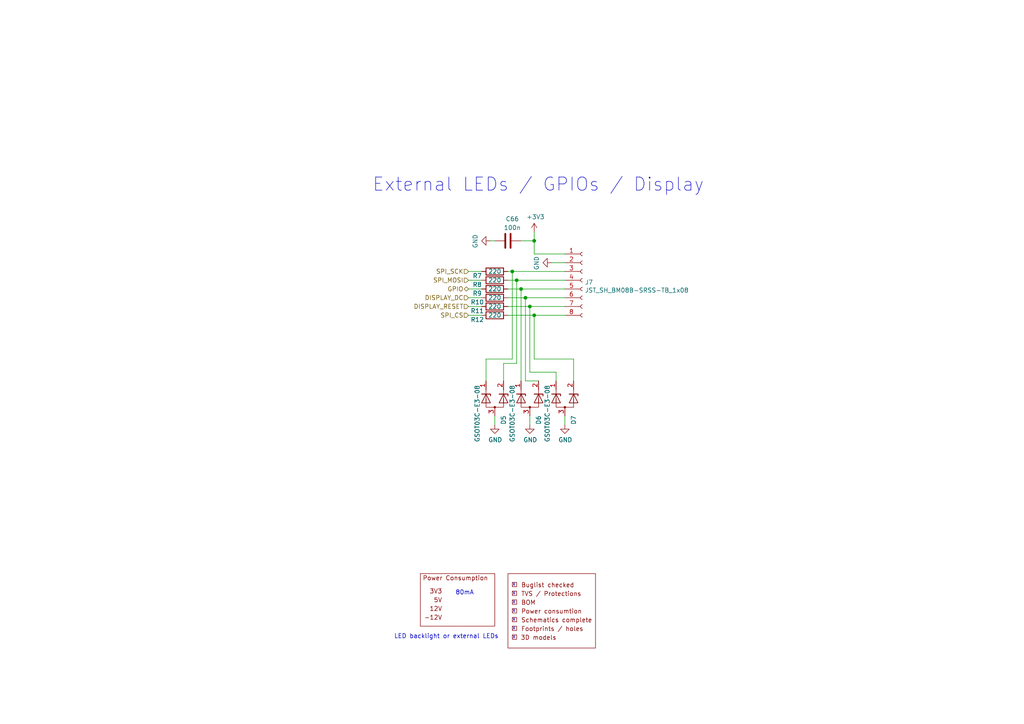
<source format=kicad_sch>
(kicad_sch (version 20211123) (generator eeschema)
  (paper "A4")
  (title_block (title "Yeti Board") (date "2021-05-14") (rev "02") (company "Pionix GmbH") (comment 1 "Cornelius Claussen"))
  (lib_symbols
    (symbol "Connector:Conn_01x08_Female" (pin_names (offset 1.016) hide)
      (property "Reference" "J" (at 0 10.16 0))
      (property "Value" "Conn_01x08_Female" (at 0 -12.7 0))
      (symbol "Conn_01x08_Female_1_1"
        (arc (start 0 -9.652) (mid -0.508 -10.16) (end 0 -10.668) (stroke (width 0.1524)))
        (arc (start 0 -7.112) (mid -0.508 -7.62) (end 0 -8.128) (stroke (width 0.1524)))
        (arc (start 0 -4.572) (mid -0.508 -5.08) (end 0 -5.588) (stroke (width 0.1524)))
        (arc (start 0 -2.032) (mid -0.508 -2.54) (end 0 -3.048) (stroke (width 0.1524)))
        (polyline (pts (xy -1.27 -10.16) (xy -0.508 -10.16)) (stroke (width 0.1524)))
        (polyline (pts (xy -1.27 -7.62) (xy -0.508 -7.62)) (stroke (width 0.1524)))
        (polyline (pts (xy -1.27 -5.08) (xy -0.508 -5.08)) (stroke (width 0.1524)))
        (polyline (pts (xy -1.27 -2.54) (xy -0.508 -2.54)) (stroke (width 0.1524)))
        (polyline (pts (xy -1.27 0) (xy -0.508 0)) (stroke (width 0.1524)))
        (polyline (pts (xy -1.27 2.54) (xy -0.508 2.54)) (stroke (width 0.1524)))
        (polyline (pts (xy -1.27 5.08) (xy -0.508 5.08)) (stroke (width 0.1524)))
        (polyline (pts (xy -1.27 7.62) (xy -0.508 7.62)) (stroke (width 0.1524)))
        (arc (start 0 0.508) (mid -0.508 0) (end 0 -0.508) (stroke (width 0.1524)))
        (arc (start 0 3.048) (mid -0.508 2.54) (end 0 2.032) (stroke (width 0.1524)))
        (arc (start 0 5.588) (mid -0.508 5.08) (end 0 4.572) (stroke (width 0.1524)))
        (arc (start 0 8.128) (mid -0.508 7.62) (end 0 7.112) (stroke (width 0.1524)))
        (pin passive line (at -5.08 7.62 0) (length 3.81) (name "Pin_1") (number "1"))
        (pin passive line (at -5.08 5.08 0) (length 3.81) (name "Pin_2") (number "2"))
        (pin passive line (at -5.08 2.54 0) (length 3.81) (name "Pin_3") (number "3"))
        (pin passive line (at -5.08 0 0) (length 3.81) (name "Pin_4") (number "4"))
        (pin passive line (at -5.08 -2.54 0) (length 3.81) (name "Pin_5") (number "5"))
        (pin passive line (at -5.08 -5.08 0) (length 3.81) (name "Pin_6") (number "6"))
        (pin passive line (at -5.08 -7.62 0) (length 3.81) (name "Pin_7") (number "7"))
        (pin passive line (at -5.08 -10.16 0) (length 3.81) (name "Pin_8") (number "8"))
      )
    )
    (symbol "Device:C" (pin_numbers hide) (pin_names (offset 0.254))
      (property "Reference" "C" (at 0.635 2.54 0))
      (property "Value" "C" (at 0.635 -2.54 0))
      (symbol "C_0_1"
        (polyline (pts (xy -2.032 -0.762) (xy 2.032 -0.762)) (stroke (width 0.508)))
        (polyline (pts (xy -2.032 0.762) (xy 2.032 0.762)) (stroke (width 0.508)))
      )
      (symbol "C_1_1"
        (pin passive line (at 0 3.81 270) (length 2.794) (name "~") (number "1"))
        (pin passive line (at 0 -3.81 90) (length 2.794) (name "~") (number "2"))
      )
    )
    (symbol "Device:R" (pin_numbers hide) (pin_names (offset 0))
      (property "Reference" "R" (at 2.032 0 90))
      (property "Value" "R" (at 0 0 90))
      (symbol "R_0_1"
        (rectangle (start -1.016 -2.54) (end 1.016 2.54) (stroke (width 0.254)))
      )
      (symbol "R_1_1"
        (pin passive line (at 0 3.81 270) (length 1.27) (name "~") (number "1"))
        (pin passive line (at 0 -3.81 90) (length 1.27) (name "~") (number "2"))
      )
    )
    (symbol "Diode:2BZX84Cxx" (pin_names (offset 1.016) hide)
      (property "Reference" "D" (at 3.81 2.54 0))
      (property "Value" "2BZX84Cxx" (at 3.81 0 0))
      (symbol "2BZX84Cxx_0_1"
        (circle (center 0 -2.54) (radius 0.254) (fill (type outline)))
        (polyline (pts (xy -2.54 -1.27) (xy -2.54 2.54)))
        (polyline (pts (xy 2.54 -1.27) (xy 2.54 2.54)))
        (polyline (pts (xy -3.81 1.27) (xy -1.27 1.27) (xy -1.27 0.762)) (stroke (width 0.254)))
        (polyline (pts (xy 1.27 1.27) (xy 3.81 1.27) (xy 3.81 0.762)) (stroke (width 0.254)))
        (polyline (pts (xy -2.54 0) (xy -2.54 -2.54) (xy 2.54 -2.54) (xy 2.54 0)))
      )
      (symbol "2BZX84Cxx_1_1"
        (polyline (pts (xy -3.81 -1.27) (xy -1.27 -1.27) (xy -2.54 1.27) (xy -3.81 -1.27)) (stroke (width 0.2032)))
        (polyline (pts (xy 1.27 -1.27) (xy 3.81 -1.27) (xy 2.54 1.27) (xy 1.27 -1.27)) (stroke (width 0.2032)))
        (pin passive line (at -2.54 5.08 270) (length 2.54) (name "K") (number "1"))
        (pin passive line (at 2.54 5.08 270) (length 2.54) (name "K") (number "2"))
        (pin passive line (at 0 -5.08 90) (length 2.54) (name "A") (number "3"))
      )
    )
    (symbol "ev-devboard:CHECKLIST" (pin_numbers hide) (pin_names (offset 0) hide)
      (symbol "CHECKLIST_0_0"
        (rectangle (start -11.43 10.16) (end 13.97 -11.43))
        (rectangle (start -10.16 7.62) (end -8.89 6.35))
        (text "3D models" (at -2.54 -7.62 0) (effects (font (size 1.27 1.27)) (justify top)))
        (text "BOM" (at -7.62 2.54 0) (effects (font (size 1.27 1.27)) (justify left top)))
        (text "Buglist checked" (at -7.62 7.62 0) (effects (font (size 1.27 1.27)) (justify left top)))
        (text "Footprints / holes" (at -7.62 -5.08 0) (effects (font (size 1.27 1.27)) (justify left top)))
        (text "Power consumtion" (at -7.62 0 0) (effects (font (size 1.27 1.27)) (justify left top)))
        (text "Schematics complete" (at -7.62 -2.54 0) (effects (font (size 1.27 1.27)) (justify left top)))
        (text "TVS / Protections" (at -7.62 5.08 0) (effects (font (size 1.27 1.27)) (justify left top)))
      )
      (symbol "CHECKLIST_1_1"
        (rectangle (start -10.16 -7.62) (end -8.89 -8.89))
        (rectangle (start -10.16 -5.08) (end -8.89 -6.35))
        (rectangle (start -10.16 -2.54) (end -8.89 -3.81))
        (rectangle (start -10.16 0) (end -8.89 -1.27))
        (rectangle (start -10.16 2.54) (end -8.89 1.27))
        (rectangle (start -10.16 5.08) (end -8.89 3.81))
      )
    )
    (symbol "ev-devboard:POWERCONSUMPTION" (pin_names (offset 1.016))
      (symbol "POWERCONSUMPTION_0_0"
        (rectangle (start -10.16 7.62) (end 11.43 -7.62))
        (text "-12V" (at -3.81 -5.08 0) (effects (font (size 1.27 1.27)) (justify right)))
        (text "12V" (at -3.81 -2.54 0) (effects (font (size 1.27 1.27)) (justify right)))
        (text "3V3" (at -3.81 2.54 0) (effects (font (size 1.27 1.27)) (justify right)))
        (text "5V" (at -3.81 0 0) (effects (font (size 1.27 1.27)) (justify right)))
        (text "Power Consumption" (at 0 6.35 0) (effects (font (size 1.27 1.27))))
      )
    )
    (symbol "power:+3.3V" (power) (pin_names (offset 0))
      (property "Value" "+3.3V" (at 0 3.556 0))
      (symbol "+3.3V_0_1"
        (polyline (pts (xy -0.762 1.27) (xy 0 2.54)))
        (polyline (pts (xy 0 0) (xy 0 2.54)))
        (polyline (pts (xy 0 2.54) (xy 0.762 1.27)))
      )
      (symbol "+3.3V_1_1"
        (pin power_in line (at 0 0 90) (length 0) hide (name "+3V3") (number "1"))
      )
    )
    (symbol "power:GND" (power) (pin_names (offset 0))
      (property "Value" "GND" (at 0 -3.81 0))
      (symbol "GND_0_1"
        (polyline (pts (xy 0 0) (xy 0 -1.27) (xy 1.27 -1.27) (xy 0 -2.54) (xy -1.27 -1.27) (xy 0 -1.27)))
      )
      (symbol "GND_1_1"
        (pin power_in line (at 0 0 270) (length 0) hide (name "GND") (number "1"))
      )
    )
  )
  (junction (at 148.59 78.74))
  (junction (at 151.13 83.82))
  (junction (at 152.4 86.36))
  (junction (at 154.94 91.44))
  (junction (at 149.86 81.28))
  (junction (at 154.94 69.85))
  (junction (at 153.67 88.9))
  (wire (pts (xy 135.89 86.36) (xy 139.7 86.36)))
  (wire (pts (xy 154.94 69.85) (xy 154.94 73.66)))
  (wire (pts (xy 147.32 86.36) (xy 152.4 86.36)))
  (wire (pts (xy 139.7 81.28) (xy 135.89 81.28)))
  (wire (pts (xy 154.94 73.66) (xy 163.83 73.66)))
  (wire (pts (xy 152.4 86.36) (xy 163.83 86.36)))
  (wire (pts (xy 148.59 78.74) (xy 148.59 104.14)))
  (wire (pts (xy 161.29 107.95) (xy 161.29 110.49)))
  (wire (pts (xy 160.02 76.2) (xy 163.83 76.2)))
  (wire (pts (xy 146.05 105.41) (xy 146.05 110.49)))
  (wire (pts (xy 139.7 78.74) (xy 135.89 78.74)))
  (wire (pts (xy 135.89 83.82) (xy 139.7 83.82)))
  (wire (pts (xy 153.67 120.65) (xy 153.67 123.19)))
  (wire (pts (xy 153.67 88.9) (xy 153.67 107.95)))
  (wire (pts (xy 153.67 88.9) (xy 163.83 88.9)))
  (wire (pts (xy 163.83 123.19) (xy 163.83 120.65)))
  (wire (pts (xy 147.32 81.28) (xy 149.86 81.28)))
  (wire (pts (xy 143.51 120.65) (xy 143.51 123.19)))
  (wire (pts (xy 143.51 69.85) (xy 142.24 69.85)))
  (wire (pts (xy 140.97 104.14) (xy 140.97 110.49)))
  (wire (pts (xy 139.7 91.44) (xy 135.89 91.44)))
  (wire (pts (xy 153.67 107.95) (xy 161.29 107.95)))
  (wire (pts (xy 166.37 104.14) (xy 166.37 110.49)))
  (wire (pts (xy 154.94 91.44) (xy 163.83 91.44)))
  (wire (pts (xy 147.32 91.44) (xy 154.94 91.44)))
  (wire (pts (xy 149.86 81.28) (xy 149.86 105.41)))
  (wire (pts (xy 149.86 81.28) (xy 163.83 81.28)))
  (wire (pts (xy 151.13 110.49) (xy 151.13 83.82)))
  (wire (pts (xy 147.32 78.74) (xy 148.59 78.74)))
  (wire (pts (xy 139.7 88.9) (xy 135.89 88.9)))
  (wire (pts (xy 148.59 78.74) (xy 163.83 78.74)))
  (wire (pts (xy 147.32 88.9) (xy 153.67 88.9)))
  (wire (pts (xy 148.59 104.14) (xy 140.97 104.14)))
  (wire (pts (xy 151.13 83.82) (xy 163.83 83.82)))
  (wire (pts (xy 149.86 105.41) (xy 146.05 105.41)))
  (wire (pts (xy 154.94 91.44) (xy 154.94 104.14)))
  (wire (pts (xy 152.4 86.36) (xy 152.4 110.49)))
  (wire (pts (xy 151.13 69.85) (xy 154.94 69.85)))
  (wire (pts (xy 154.94 104.14) (xy 166.37 104.14)))
  (wire (pts (xy 147.32 83.82) (xy 151.13 83.82)))
  (wire (pts (xy 154.94 67.31) (xy 154.94 69.85)))
  (wire (pts (xy 152.4 110.49) (xy 156.21 110.49)))
  (text "X" (at 148.59 177.8 0) (effects (font (size 0.762 0.762)) (justify left bottom)))
  (text "X" (at 148.59 170.18 0) (effects (font (size 0.762 0.762)) (justify left bottom)))
  (text "80mA" (at 132.08 172.72 0) (effects (font (size 1.27 1.27)) (justify left bottom)))
  (text "X" (at 148.59 185.42 0) (effects (font (size 0.762 0.762)) (justify left bottom)))
  (text "LED backlight or external LEDs" (at 114.3 185.42 0) (effects (font (size 1.27 1.27)) (justify left bottom)))
  (text "X" (at 148.59 175.26 0) (effects (font (size 0.762 0.762)) (justify left bottom)))
  (text "External LEDs / GPIOs / Display" (at 107.95 55.88 0) (effects (font (size 3.81 3.81)) (justify left bottom)))
  (text "X" (at 148.59 172.72 0) (effects (font (size 0.762 0.762)) (justify left bottom)))
  (text "X" (at 148.59 180.34 0) (effects (font (size 0.762 0.762)) (justify left bottom)))
  (text "X" (at 148.59 182.88 0) (effects (font (size 0.762 0.762)) (justify left bottom)))
  (hierarchical_label "GPIO" (shape bidirectional) (at 135.89 83.82 180))
  (hierarchical_label "DISPLAY_DC" (shape input) (at 135.89 86.36 180))
  (hierarchical_label "SPI_CS" (shape input) (at 135.89 91.44 180))
  (hierarchical_label "SPI_MOSI" (shape input) (at 135.89 81.28 180))
  (hierarchical_label "SPI_SCK" (shape input) (at 135.89 78.74 180))
  (hierarchical_label "DISPLAY_RESET" (shape input) (at 135.89 88.9 180))
  (symbol (lib_id "power:GND") (at 160.02 76.2 270) (unit 1)
    (property "Reference" "#PWR012" (effects hide))
    (property "Value" "GND" (at 155.6258 76.327 0))
  )
  (symbol (lib_id "Device:C") (at 147.32 69.85 270) (unit 1)
    (property "Reference" "C66" (at 148.59 63.5 90))
    (property "Value" "100n" (at 148.59 66.04 90))
    (property "Footprint" "Capacitor_SMD:C_0603_1608Metric" (effects hide))
  )
  (symbol (lib_id "power:GND") (at 142.24 69.85 270) (unit 1)
    (property "Reference" "#PWR08" (effects hide))
    (property "Value" "GND" (at 137.8458 69.977 0))
  )
  (symbol (lib_id "Device:R") (at 143.51 86.36 270) (unit 1)
    (property "Reference" "R10" (at 138.43 87.63 90))
    (property "Value" "220" (at 143.51 86.36 90))
    (property "Footprint" "Resistor_SMD:R_0603_1608Metric" (effects hide))
  )
  (symbol (lib_id "Device:R") (at 143.51 83.82 270) (unit 1)
    (property "Reference" "R9" (at 138.43 85.09 90))
    (property "Value" "220" (at 143.51 83.82 90))
    (property "Footprint" "Resistor_SMD:R_0603_1608Metric" (effects hide))
  )
  (symbol (lib_id "Device:R") (at 143.51 81.28 270) (unit 1)
    (property "Reference" "R8" (at 138.43 82.55 90))
    (property "Value" "220" (at 143.51 81.28 90))
    (property "Footprint" "Resistor_SMD:R_0603_1608Metric" (effects hide))
  )
  (symbol (lib_id "Device:R") (at 143.51 78.74 270) (unit 1)
    (property "Reference" "R7" (at 138.43 80.01 90))
    (property "Value" "220" (at 143.51 78.74 90))
    (property "Footprint" "Resistor_SMD:R_0603_1608Metric" (effects hide))
  )
  (symbol (lib_id "Diode:2BZX84Cxx") (at 143.51 115.57 0) (unit 1)
    (property "Reference" "D5" (at 146.05 123.19 90) (effects (justify left)))
    (property "Value" "GSOT03C-E3-08" (at 138.43 128.27 90) (effects (justify left)))
    (property "Footprint" "Package_TO_SOT_SMD:SOT-23" (effects hide))
    (property "Datasheet" "https://diotec.com/tl_files/diotec/files/pdf/datasheets/bzx84c2v4.pdf" (effects hide))
    (property "Digikey" "GSOT03C-E3-08CT-ND" (effects hide))
  )
  (symbol (lib_id "power:GND") (at 143.51 123.19 0) (unit 1)
    (property "Reference" "#PWR09" (effects hide))
    (property "Value" "GND" (at 143.637 127.5842 0))
  )
  (symbol (lib_id "power:GND") (at 153.67 123.19 0) (unit 1)
    (property "Reference" "#PWR010" (effects hide))
    (property "Value" "GND" (at 153.797 127.5842 0))
  )
  (symbol (lib_id "Diode:2BZX84Cxx") (at 153.67 115.57 0) (unit 1)
    (property "Reference" "D6" (at 156.21 123.19 90) (effects (justify left)))
    (property "Value" "GSOT03C-E3-08" (at 148.59 128.27 90) (effects (justify left)))
    (property "Footprint" "Package_TO_SOT_SMD:SOT-23" (effects hide))
    (property "Datasheet" "https://diotec.com/tl_files/diotec/files/pdf/datasheets/bzx84c2v4.pdf" (effects hide))
    (property "Digikey" "GSOT03C-E3-08CT-ND" (effects hide))
  )
  (symbol (lib_id "power:+3.3V") (at 154.94 67.31 0) (unit 1)
    (property "Reference" "#PWR011" (effects hide))
    (property "Value" "+3.3V" (at 155.321 62.9158 0))
  )
  (symbol (lib_id "Device:R") (at 143.51 88.9 270) (unit 1)
    (property "Reference" "R11" (at 138.43 90.17 90))
    (property "Value" "220" (at 143.51 88.9 90))
    (property "Footprint" "Resistor_SMD:R_0603_1608Metric" (effects hide))
  )
  (symbol (lib_id "Diode:2BZX84Cxx") (at 163.83 115.57 0) (unit 1)
    (property "Reference" "D7" (at 166.37 123.19 90) (effects (justify left)))
    (property "Value" "GSOT03C-E3-08" (at 158.75 128.27 90) (effects (justify left)))
    (property "Footprint" "Package_TO_SOT_SMD:SOT-23" (effects hide))
    (property "Datasheet" "https://diotec.com/tl_files/diotec/files/pdf/datasheets/bzx84c2v4.pdf" (effects hide))
    (property "Digikey" "GSOT03C-E3-08CT-ND" (effects hide))
  )
  (symbol (lib_id "power:GND") (at 163.83 123.19 0) (unit 1)
    (property "Reference" "#PWR013" (effects hide))
    (property "Value" "GND" (at 163.957 127.5842 0))
  )
  (symbol (lib_id "Device:R") (at 143.51 91.44 270) (unit 1)
    (property "Reference" "R12" (at 138.43 92.71 90))
    (property "Value" "220" (at 143.51 91.44 90))
    (property "Footprint" "Resistor_SMD:R_0603_1608Metric" (effects hide))
  )
  (symbol (lib_id "ev-devboard:POWERCONSUMPTION") (at 132.08 173.99 0) (unit 1)
    (property "Reference" "#NONE15" (effects hide))
    (property "Value" "POWERCONSUMPTION" (effects hide))
  )
  (symbol (lib_id "ev-devboard:CHECKLIST") (at 158.75 176.53 0) (unit 1)
    (property "Reference" "#NONE16" (effects hide))
    (property "Value" "CHECKLIST" (effects hide))
  )
  (symbol (lib_id "Connector:Conn_01x08_Female") (at 168.91 81.28 0) (unit 1)
    (property "Reference" "J7" (at 169.6212 81.8896 0) (effects (justify left)))
    (property "Value" "JST_SH_BM08B-SRSS-TB_1x08" (at 169.6212 84.201 0) (effects (justify left)))
    (property "Footprint" "Connector_JST:JST_SH_BM08B-SRSS-TB_1x08-1MP_P1.00mm_Vertical" (effects hide))
    (property "Digikey" "455-2959-1-ND‎" (effects hide))
    (property "Alternative" "Wuerth 665308124022" (effects hide))
  )
)
</source>
